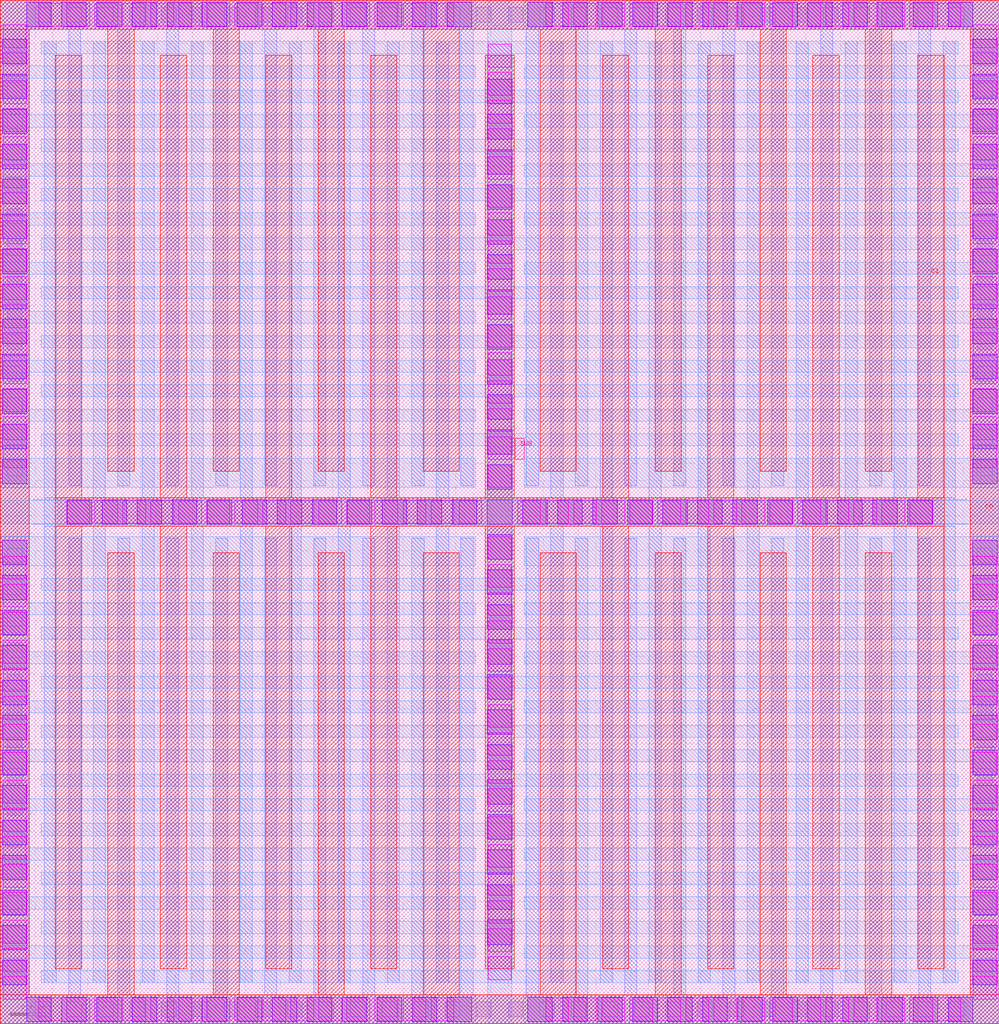
<source format=lef>
# Copyright 2020 The SkyWater PDK Authors
#
# Licensed under the Apache License, Version 2.0 (the "License");
# you may not use this file except in compliance with the License.
# You may obtain a copy of the License at
#
#     https://www.apache.org/licenses/LICENSE-2.0
#
# Unless required by applicable law or agreed to in writing, software
# distributed under the License is distributed on an "AS IS" BASIS,
# WITHOUT WARRANTIES OR CONDITIONS OF ANY KIND, either express or implied.
# See the License for the specific language governing permissions and
# limitations under the License.
#
# SPDX-License-Identifier: Apache-2.0

VERSION 5.7 ;
  NOWIREEXTENSIONATPIN ON ;
  DIVIDERCHAR "/" ;
  BUSBITCHARS "[]" ;
MACRO sky130_fd_pr__cap_vpp_11p5x11p7_m1m2m3_shieldl1
  CLASS BLOCK ;
  FOREIGN sky130_fd_pr__cap_vpp_11p5x11p7_m1m2m3_shieldl1 ;
  ORIGIN  0.000000  0.000000 ;
  SIZE  11.41000 BY  11.69000 ;
  PIN C0
    PORT
      LAYER met3 ;
        RECT  0.000000  0.000000 11.410000  0.330000 ;
        RECT  0.000000  0.330000  0.330000 11.360000 ;
        RECT  0.000000 11.360000 11.410000 11.690000 ;
        RECT  1.230000  0.330000  1.530000  5.380000 ;
        RECT  1.230000  6.310000  1.530000 11.360000 ;
        RECT  2.430000  0.330000  2.730000  5.380000 ;
        RECT  2.430000  6.310000  2.730000 11.360000 ;
        RECT  3.630000  0.330000  3.930000  5.380000 ;
        RECT  3.630000  6.310000  3.930000 11.360000 ;
        RECT  4.830000  0.330000  5.240000  5.380000 ;
        RECT  4.830000  6.310000  5.240000 11.360000 ;
        RECT  6.170000  0.330000  6.580000  5.380000 ;
        RECT  6.170000  6.310000  6.580000 11.360000 ;
        RECT  7.480000  0.330000  7.780000  5.380000 ;
        RECT  7.480000  6.310000  7.780000 11.360000 ;
        RECT  8.680000  0.330000  8.980000  5.380000 ;
        RECT  8.680000  6.310000  8.980000 11.360000 ;
        RECT  9.880000  0.330000 10.180000  5.380000 ;
        RECT  9.880000  6.310000 10.180000 11.360000 ;
        RECT 11.080000  0.330000 11.410000 11.360000 ;
    END
  END C0
  PIN C1
    PORT
      LAYER met3 ;
        RECT  0.630000 0.630000  0.930000  5.680000 ;
        RECT  0.630000 5.680000 10.780000  6.010000 ;
        RECT  0.630000 6.010000  0.930000 11.060000 ;
        RECT  1.830000 0.630000  2.130000  5.680000 ;
        RECT  1.830000 6.010000  2.130000 11.060000 ;
        RECT  3.030000 0.630000  3.330000  5.680000 ;
        RECT  3.030000 6.010000  3.330000 11.060000 ;
        RECT  4.230000 0.630000  4.530000  5.680000 ;
        RECT  4.230000 6.010000  4.530000 11.060000 ;
        RECT  5.540000 0.630000  5.870000  5.680000 ;
        RECT  5.540000 6.010000  5.870000 11.060000 ;
        RECT  6.880000 0.630000  7.180000  5.680000 ;
        RECT  6.880000 6.010000  7.180000 11.060000 ;
        RECT  8.080000 0.630000  8.380000  5.680000 ;
        RECT  8.080000 6.010000  8.380000 11.060000 ;
        RECT  9.280000 0.630000  9.580000  5.680000 ;
        RECT  9.280000 6.010000  9.580000 11.060000 ;
        RECT 10.480000 0.630000 10.780000  5.680000 ;
        RECT 10.480000 6.010000 10.780000 11.060000 ;
    END
  END C1
  PIN SUB
    PORT
      LAYER pwell ;
        RECT 5.880000 6.445000 5.985000 6.690000 ;
    END
  END SUB
  OBS
    LAYER li1 ;
      RECT 0.000000 0.000000 11.410000 11.690000 ;
    LAYER mcon ;
      RECT  0.080000  0.580000  0.250000  0.750000 ;
      RECT  0.080000  0.940000  0.250000  1.110000 ;
      RECT  0.080000  1.300000  0.250000  1.470000 ;
      RECT  0.080000  1.660000  0.250000  1.830000 ;
      RECT  0.080000  2.020000  0.250000  2.190000 ;
      RECT  0.080000  2.380000  0.250000  2.550000 ;
      RECT  0.080000  2.740000  0.250000  2.910000 ;
      RECT  0.080000  3.100000  0.250000  3.270000 ;
      RECT  0.080000  3.460000  0.250000  3.630000 ;
      RECT  0.080000  3.820000  0.250000  3.990000 ;
      RECT  0.080000  4.180000  0.250000  4.350000 ;
      RECT  0.080000  4.540000  0.250000  4.710000 ;
      RECT  0.080000  4.900000  0.250000  5.070000 ;
      RECT  0.080000  5.260000  0.250000  5.430000 ;
      RECT  0.080000  6.260000  0.250000  6.430000 ;
      RECT  0.080000  6.620000  0.250000  6.790000 ;
      RECT  0.080000  6.980000  0.250000  7.150000 ;
      RECT  0.080000  7.340000  0.250000  7.510000 ;
      RECT  0.080000  7.700000  0.250000  7.870000 ;
      RECT  0.080000  8.060000  0.250000  8.230000 ;
      RECT  0.080000  8.420000  0.250000  8.590000 ;
      RECT  0.080000  8.780000  0.250000  8.950000 ;
      RECT  0.080000  9.140000  0.250000  9.310000 ;
      RECT  0.080000  9.500000  0.250000  9.670000 ;
      RECT  0.080000  9.860000  0.250000 10.030000 ;
      RECT  0.080000 10.220000  0.250000 10.390000 ;
      RECT  0.080000 10.580000  0.250000 10.750000 ;
      RECT  0.080000 10.940000  0.250000 11.110000 ;
      RECT  0.400000  0.080000  0.570000  0.250000 ;
      RECT  0.400000 11.440000  0.570000 11.610000 ;
      RECT  0.760000  0.080000  0.930000  0.250000 ;
      RECT  0.760000 11.440000  0.930000 11.610000 ;
      RECT  1.120000  0.080000  1.290000  0.250000 ;
      RECT  1.120000 11.440000  1.290000 11.610000 ;
      RECT  1.480000  0.080000  1.650000  0.250000 ;
      RECT  1.480000 11.440000  1.650000 11.610000 ;
      RECT  1.840000  0.080000  2.010000  0.250000 ;
      RECT  1.840000 11.440000  2.010000 11.610000 ;
      RECT  2.200000  0.080000  2.370000  0.250000 ;
      RECT  2.200000 11.440000  2.370000 11.610000 ;
      RECT  2.560000  0.080000  2.730000  0.250000 ;
      RECT  2.560000 11.440000  2.730000 11.610000 ;
      RECT  2.920000  0.080000  3.090000  0.250000 ;
      RECT  2.920000 11.440000  3.090000 11.610000 ;
      RECT  3.280000  0.080000  3.450000  0.250000 ;
      RECT  3.280000 11.440000  3.450000 11.610000 ;
      RECT  3.640000  0.080000  3.810000  0.250000 ;
      RECT  3.640000 11.440000  3.810000 11.610000 ;
      RECT  4.000000  0.080000  4.170000  0.250000 ;
      RECT  4.000000 11.440000  4.170000 11.610000 ;
      RECT  4.360000  0.080000  4.530000  0.250000 ;
      RECT  4.360000 11.440000  4.530000 11.610000 ;
      RECT  4.720000  0.080000  4.890000  0.250000 ;
      RECT  4.720000 11.440000  4.890000 11.610000 ;
      RECT  5.080000  0.080000  5.250000  0.250000 ;
      RECT  5.080000 11.440000  5.250000 11.610000 ;
      RECT  5.440000  0.080000  5.610000  0.250000 ;
      RECT  5.440000 11.440000  5.610000 11.610000 ;
      RECT  5.800000  0.080000  5.970000  0.250000 ;
      RECT  5.800000 11.440000  5.970000 11.610000 ;
      RECT  6.160000  0.080000  6.330000  0.250000 ;
      RECT  6.160000 11.440000  6.330000 11.610000 ;
      RECT  6.520000  0.080000  6.690000  0.250000 ;
      RECT  6.520000 11.440000  6.690000 11.610000 ;
      RECT  6.880000  0.080000  7.050000  0.250000 ;
      RECT  6.880000 11.440000  7.050000 11.610000 ;
      RECT  7.240000  0.080000  7.410000  0.250000 ;
      RECT  7.240000 11.440000  7.410000 11.610000 ;
      RECT  7.600000  0.080000  7.770000  0.250000 ;
      RECT  7.600000 11.440000  7.770000 11.610000 ;
      RECT  7.960000  0.080000  8.130000  0.250000 ;
      RECT  7.960000 11.440000  8.130000 11.610000 ;
      RECT  8.320000  0.080000  8.490000  0.250000 ;
      RECT  8.320000 11.440000  8.490000 11.610000 ;
      RECT  8.680000  0.080000  8.850000  0.250000 ;
      RECT  8.680000 11.440000  8.850000 11.610000 ;
      RECT  9.040000  0.080000  9.210000  0.250000 ;
      RECT  9.040000 11.440000  9.210000 11.610000 ;
      RECT  9.400000  0.080000  9.570000  0.250000 ;
      RECT  9.400000 11.440000  9.570000 11.610000 ;
      RECT  9.760000  0.080000  9.930000  0.250000 ;
      RECT  9.760000 11.440000  9.930000 11.610000 ;
      RECT 10.120000  0.080000 10.290000  0.250000 ;
      RECT 10.120000 11.440000 10.290000 11.610000 ;
      RECT 10.480000  0.080000 10.650000  0.250000 ;
      RECT 10.480000 11.440000 10.650000 11.610000 ;
      RECT 10.840000  0.080000 11.010000  0.250000 ;
      RECT 10.840000 11.440000 11.010000 11.610000 ;
      RECT 11.160000  0.580000 11.330000  0.750000 ;
      RECT 11.160000  0.940000 11.330000  1.110000 ;
      RECT 11.160000  1.300000 11.330000  1.470000 ;
      RECT 11.160000  1.660000 11.330000  1.830000 ;
      RECT 11.160000  2.020000 11.330000  2.190000 ;
      RECT 11.160000  2.380000 11.330000  2.550000 ;
      RECT 11.160000  2.740000 11.330000  2.910000 ;
      RECT 11.160000  3.100000 11.330000  3.270000 ;
      RECT 11.160000  3.460000 11.330000  3.630000 ;
      RECT 11.160000  3.820000 11.330000  3.990000 ;
      RECT 11.160000  4.180000 11.330000  4.350000 ;
      RECT 11.160000  4.540000 11.330000  4.710000 ;
      RECT 11.160000  4.900000 11.330000  5.070000 ;
      RECT 11.160000  5.260000 11.330000  5.430000 ;
      RECT 11.160000  6.260000 11.330000  6.430000 ;
      RECT 11.160000  6.620000 11.330000  6.790000 ;
      RECT 11.160000  6.980000 11.330000  7.150000 ;
      RECT 11.160000  7.340000 11.330000  7.510000 ;
      RECT 11.160000  7.700000 11.330000  7.870000 ;
      RECT 11.160000  8.060000 11.330000  8.230000 ;
      RECT 11.160000  8.420000 11.330000  8.590000 ;
      RECT 11.160000  8.780000 11.330000  8.950000 ;
      RECT 11.160000  9.140000 11.330000  9.310000 ;
      RECT 11.160000  9.500000 11.330000  9.670000 ;
      RECT 11.160000  9.860000 11.330000 10.030000 ;
      RECT 11.160000 10.220000 11.330000 10.390000 ;
      RECT 11.160000 10.580000 11.330000 10.750000 ;
      RECT 11.160000 10.940000 11.330000 11.110000 ;
    LAYER met1 ;
      RECT  0.000000  0.000000 11.410000  0.330000 ;
      RECT  0.000000  0.330000  0.330000 11.360000 ;
      RECT  0.000000 11.360000 11.410000 11.690000 ;
      RECT  0.500000  0.470000  0.640000  5.685000 ;
      RECT  0.500000  5.685000 10.910000  6.005000 ;
      RECT  0.500000  6.005000  0.640000 11.220000 ;
      RECT  0.780000  0.330000  0.920000  5.545000 ;
      RECT  0.780000  6.145000  0.920000 11.360000 ;
      RECT  1.060000  0.470000  1.200000  5.685000 ;
      RECT  1.060000  6.005000  1.200000 11.220000 ;
      RECT  1.340000  0.330000  1.480000  5.545000 ;
      RECT  1.340000  6.145000  1.480000 11.360000 ;
      RECT  1.620000  0.470000  1.760000  5.685000 ;
      RECT  1.620000  6.005000  1.760000 11.220000 ;
      RECT  1.900000  0.330000  2.040000  5.545000 ;
      RECT  1.900000  6.145000  2.040000 11.360000 ;
      RECT  2.180000  0.470000  2.320000  5.685000 ;
      RECT  2.180000  6.005000  2.320000 11.220000 ;
      RECT  2.460000  0.330000  2.600000  5.545000 ;
      RECT  2.460000  6.145000  2.600000 11.360000 ;
      RECT  2.740000  0.470000  2.880000  5.685000 ;
      RECT  2.740000  6.005000  2.880000 11.220000 ;
      RECT  3.020000  0.330000  3.160000  5.545000 ;
      RECT  3.020000  6.145000  3.160000 11.360000 ;
      RECT  3.300000  0.470000  3.440000  5.685000 ;
      RECT  3.300000  6.005000  3.440000 11.220000 ;
      RECT  3.580000  0.330000  3.720000  5.545000 ;
      RECT  3.580000  6.145000  3.720000 11.360000 ;
      RECT  3.860000  0.470000  4.000000  5.685000 ;
      RECT  3.860000  6.005000  4.000000 11.220000 ;
      RECT  4.140000  0.330000  4.280000  5.545000 ;
      RECT  4.140000  6.145000  4.280000 11.360000 ;
      RECT  4.420000  0.470000  4.560000  5.685000 ;
      RECT  4.420000  6.005000  4.560000 11.220000 ;
      RECT  4.700000  0.330000  4.840000  5.545000 ;
      RECT  4.700000  6.145000  4.840000 11.360000 ;
      RECT  4.980000  0.470000  5.120000  5.685000 ;
      RECT  4.980000  6.005000  5.120000 11.220000 ;
      RECT  5.260000  0.330000  5.400000  5.545000 ;
      RECT  5.260000  6.145000  5.400000 11.360000 ;
      RECT  5.570000  0.470000  5.840000  5.685000 ;
      RECT  5.570000  6.005000  5.840000 11.220000 ;
      RECT  6.010000  0.330000  6.150000  5.545000 ;
      RECT  6.010000  6.145000  6.150000 11.360000 ;
      RECT  6.290000  0.470000  6.430000  5.685000 ;
      RECT  6.290000  6.005000  6.430000 11.220000 ;
      RECT  6.570000  0.330000  6.710000  5.545000 ;
      RECT  6.570000  6.145000  6.710000 11.360000 ;
      RECT  6.850000  0.470000  6.990000  5.685000 ;
      RECT  6.850000  6.005000  6.990000 11.220000 ;
      RECT  7.130000  0.330000  7.270000  5.545000 ;
      RECT  7.130000  6.145000  7.270000 11.360000 ;
      RECT  7.410000  0.470000  7.550000  5.685000 ;
      RECT  7.410000  6.005000  7.550000 11.220000 ;
      RECT  7.690000  0.330000  7.830000  5.545000 ;
      RECT  7.690000  6.145000  7.830000 11.360000 ;
      RECT  7.970000  0.470000  8.110000  5.685000 ;
      RECT  7.970000  6.005000  8.110000 11.220000 ;
      RECT  8.250000  0.330000  8.390000  5.545000 ;
      RECT  8.250000  6.145000  8.390000 11.360000 ;
      RECT  8.530000  0.470000  8.670000  5.685000 ;
      RECT  8.530000  6.005000  8.670000 11.220000 ;
      RECT  8.810000  0.330000  8.950000  5.545000 ;
      RECT  8.810000  6.145000  8.950000 11.360000 ;
      RECT  9.090000  0.470000  9.230000  5.685000 ;
      RECT  9.090000  6.005000  9.230000 11.220000 ;
      RECT  9.370000  0.330000  9.510000  5.545000 ;
      RECT  9.370000  6.145000  9.510000 11.360000 ;
      RECT  9.650000  0.470000  9.790000  5.685000 ;
      RECT  9.650000  6.005000  9.790000 11.220000 ;
      RECT  9.930000  0.330000 10.070000  5.545000 ;
      RECT  9.930000  6.145000 10.070000 11.360000 ;
      RECT 10.210000  0.470000 10.350000  5.685000 ;
      RECT 10.210000  6.005000 10.350000 11.220000 ;
      RECT 10.490000  0.330000 10.630000  5.545000 ;
      RECT 10.490000  6.145000 10.630000 11.360000 ;
      RECT 10.770000  0.470000 10.910000  5.685000 ;
      RECT 10.770000  6.005000 10.910000 11.220000 ;
      RECT 11.080000  0.330000 11.410000 11.360000 ;
    LAYER met2 ;
      RECT  0.000000  0.000000  5.430000  0.330000 ;
      RECT  0.000000  0.330000  0.330000  0.750000 ;
      RECT  0.000000  0.750000  5.425000  0.890000 ;
      RECT  0.000000  0.890000  0.330000  1.310000 ;
      RECT  0.000000  1.310000  5.425000  1.450000 ;
      RECT  0.000000  1.450000  0.330000  1.870000 ;
      RECT  0.000000  1.870000  5.425000  2.010000 ;
      RECT  0.000000  2.010000  0.330000  2.430000 ;
      RECT  0.000000  2.430000  5.425000  2.570000 ;
      RECT  0.000000  2.570000  0.330000  2.990000 ;
      RECT  0.000000  2.990000  5.425000  3.130000 ;
      RECT  0.000000  3.130000  0.330000  3.550000 ;
      RECT  0.000000  3.550000  5.425000  3.690000 ;
      RECT  0.000000  3.690000  0.330000  4.110000 ;
      RECT  0.000000  4.110000  5.425000  4.250000 ;
      RECT  0.000000  4.250000  0.330000  4.670000 ;
      RECT  0.000000  4.670000  5.425000  4.810000 ;
      RECT  0.000000  4.810000  0.330000  5.230000 ;
      RECT  0.000000  5.230000  5.425000  5.565000 ;
      RECT  0.000000  5.565000  0.330000  5.570000 ;
      RECT  0.000000  5.710000 11.410000  5.980000 ;
      RECT  0.000000  6.120000  0.330000  6.125000 ;
      RECT  0.000000  6.125000  5.425000  6.460000 ;
      RECT  0.000000  6.460000  0.330000  6.880000 ;
      RECT  0.000000  6.880000  5.425000  7.020000 ;
      RECT  0.000000  7.020000  0.330000  7.440000 ;
      RECT  0.000000  7.440000  5.425000  7.580000 ;
      RECT  0.000000  7.580000  0.330000  8.000000 ;
      RECT  0.000000  8.000000  5.425000  8.140000 ;
      RECT  0.000000  8.140000  0.330000  8.560000 ;
      RECT  0.000000  8.560000  5.425000  8.700000 ;
      RECT  0.000000  8.700000  0.330000  9.120000 ;
      RECT  0.000000  9.120000  5.425000  9.260000 ;
      RECT  0.000000  9.260000  0.330000  9.680000 ;
      RECT  0.000000  9.680000  5.425000  9.820000 ;
      RECT  0.000000  9.820000  0.330000 10.240000 ;
      RECT  0.000000 10.240000  5.425000 10.380000 ;
      RECT  0.000000 10.380000  0.330000 10.800000 ;
      RECT  0.000000 10.800000  5.425000 10.940000 ;
      RECT  0.000000 10.940000  0.330000 11.360000 ;
      RECT  0.000000 11.360000  5.430000 11.690000 ;
      RECT  0.370000  5.705000 11.040000  5.710000 ;
      RECT  0.370000  5.980000 11.040000  5.985000 ;
      RECT  0.470000  0.470000 10.940000  0.610000 ;
      RECT  0.470000  1.030000 10.940000  1.170000 ;
      RECT  0.470000  1.590000 10.940000  1.730000 ;
      RECT  0.470000  2.150000 10.940000  2.290000 ;
      RECT  0.470000  2.710000 10.940000  2.850000 ;
      RECT  0.470000  3.270000 10.940000  3.410000 ;
      RECT  0.470000  3.830000 10.940000  3.970000 ;
      RECT  0.470000  4.390000 10.940000  4.530000 ;
      RECT  0.470000  4.950000 10.940000  5.090000 ;
      RECT  0.470000  6.600000 10.940000  6.740000 ;
      RECT  0.470000  7.160000 10.940000  7.300000 ;
      RECT  0.470000  7.720000 10.940000  7.860000 ;
      RECT  0.470000  8.280000 10.940000  8.420000 ;
      RECT  0.470000  8.840000 10.940000  8.980000 ;
      RECT  0.470000  9.400000 10.940000  9.540000 ;
      RECT  0.470000  9.960000 10.940000 10.100000 ;
      RECT  0.470000 10.520000 10.940000 10.660000 ;
      RECT  0.470000 11.080000 10.940000 11.220000 ;
      RECT  5.565000  0.610000  5.845000  1.030000 ;
      RECT  5.565000  1.170000  5.845000  1.590000 ;
      RECT  5.565000  1.730000  5.845000  2.150000 ;
      RECT  5.565000  2.290000  5.845000  2.710000 ;
      RECT  5.565000  2.850000  5.845000  3.270000 ;
      RECT  5.565000  3.410000  5.845000  3.830000 ;
      RECT  5.565000  3.970000  5.845000  4.390000 ;
      RECT  5.565000  4.530000  5.845000  4.950000 ;
      RECT  5.565000  5.090000  5.845000  5.705000 ;
      RECT  5.565000  5.985000  5.845000  6.600000 ;
      RECT  5.565000  6.740000  5.845000  7.160000 ;
      RECT  5.565000  7.300000  5.845000  7.720000 ;
      RECT  5.565000  7.860000  5.845000  8.280000 ;
      RECT  5.565000  8.420000  5.845000  8.840000 ;
      RECT  5.565000  8.980000  5.845000  9.400000 ;
      RECT  5.565000  9.540000  5.845000  9.960000 ;
      RECT  5.565000 10.100000  5.845000 10.520000 ;
      RECT  5.565000 10.660000  5.845000 11.080000 ;
      RECT  5.570000  0.000000  5.840000  0.470000 ;
      RECT  5.570000 11.220000  5.840000 11.690000 ;
      RECT  5.980000  0.000000 11.410000  0.330000 ;
      RECT  5.980000 11.360000 11.410000 11.690000 ;
      RECT  5.985000  0.750000 11.410000  0.890000 ;
      RECT  5.985000  1.310000 11.410000  1.450000 ;
      RECT  5.985000  1.870000 11.410000  2.010000 ;
      RECT  5.985000  2.430000 11.410000  2.570000 ;
      RECT  5.985000  2.990000 11.410000  3.130000 ;
      RECT  5.985000  3.550000 11.410000  3.690000 ;
      RECT  5.985000  4.110000 11.410000  4.250000 ;
      RECT  5.985000  4.670000 11.410000  4.810000 ;
      RECT  5.985000  5.230000 11.410000  5.565000 ;
      RECT  5.985000  6.125000 11.410000  6.460000 ;
      RECT  5.985000  6.880000 11.410000  7.020000 ;
      RECT  5.985000  7.440000 11.410000  7.580000 ;
      RECT  5.985000  8.000000 11.410000  8.140000 ;
      RECT  5.985000  8.560000 11.410000  8.700000 ;
      RECT  5.985000  9.120000 11.410000  9.260000 ;
      RECT  5.985000  9.680000 11.410000  9.820000 ;
      RECT  5.985000 10.240000 11.410000 10.380000 ;
      RECT  5.985000 10.800000 11.410000 10.940000 ;
      RECT 11.080000  0.330000 11.410000  0.750000 ;
      RECT 11.080000  0.890000 11.410000  1.310000 ;
      RECT 11.080000  1.450000 11.410000  1.870000 ;
      RECT 11.080000  2.010000 11.410000  2.430000 ;
      RECT 11.080000  2.570000 11.410000  2.990000 ;
      RECT 11.080000  3.130000 11.410000  3.550000 ;
      RECT 11.080000  3.690000 11.410000  4.110000 ;
      RECT 11.080000  4.250000 11.410000  4.670000 ;
      RECT 11.080000  4.810000 11.410000  5.230000 ;
      RECT 11.080000  5.565000 11.410000  5.570000 ;
      RECT 11.080000  6.120000 11.410000  6.125000 ;
      RECT 11.080000  6.460000 11.410000  6.880000 ;
      RECT 11.080000  7.020000 11.410000  7.440000 ;
      RECT 11.080000  7.580000 11.410000  8.000000 ;
      RECT 11.080000  8.140000 11.410000  8.560000 ;
      RECT 11.080000  8.700000 11.410000  9.120000 ;
      RECT 11.080000  9.260000 11.410000  9.680000 ;
      RECT 11.080000  9.820000 11.410000 10.240000 ;
      RECT 11.080000 10.380000 11.410000 10.800000 ;
      RECT 11.080000 10.940000 11.410000 11.360000 ;
    LAYER via ;
      RECT  0.035000  0.280000  0.295000  0.540000 ;
      RECT  0.035000  0.600000  0.295000  0.860000 ;
      RECT  0.035000  0.920000  0.295000  1.180000 ;
      RECT  0.035000  1.240000  0.295000  1.500000 ;
      RECT  0.035000  1.560000  0.295000  1.820000 ;
      RECT  0.035000  1.880000  0.295000  2.140000 ;
      RECT  0.035000  2.200000  0.295000  2.460000 ;
      RECT  0.035000  2.520000  0.295000  2.780000 ;
      RECT  0.035000  2.840000  0.295000  3.100000 ;
      RECT  0.035000  3.160000  0.295000  3.420000 ;
      RECT  0.035000  3.480000  0.295000  3.740000 ;
      RECT  0.035000  3.800000  0.295000  4.060000 ;
      RECT  0.035000  4.120000  0.295000  4.380000 ;
      RECT  0.035000  4.440000  0.295000  4.700000 ;
      RECT  0.035000  4.760000  0.295000  5.020000 ;
      RECT  0.035000  5.080000  0.295000  5.340000 ;
      RECT  0.035000  6.350000  0.295000  6.610000 ;
      RECT  0.035000  6.670000  0.295000  6.930000 ;
      RECT  0.035000  6.990000  0.295000  7.250000 ;
      RECT  0.035000  7.310000  0.295000  7.570000 ;
      RECT  0.035000  7.630000  0.295000  7.890000 ;
      RECT  0.035000  7.950000  0.295000  8.210000 ;
      RECT  0.035000  8.270000  0.295000  8.530000 ;
      RECT  0.035000  8.590000  0.295000  8.850000 ;
      RECT  0.035000  8.910000  0.295000  9.170000 ;
      RECT  0.035000  9.230000  0.295000  9.490000 ;
      RECT  0.035000  9.550000  0.295000  9.810000 ;
      RECT  0.035000  9.870000  0.295000 10.130000 ;
      RECT  0.035000 10.190000  0.295000 10.450000 ;
      RECT  0.035000 10.510000  0.295000 10.770000 ;
      RECT  0.035000 10.830000  0.295000 11.090000 ;
      RECT  0.035000 11.150000  0.295000 11.410000 ;
      RECT  0.440000  0.035000  0.700000  0.295000 ;
      RECT  0.440000 11.395000  0.700000 11.655000 ;
      RECT  0.760000  0.035000  1.020000  0.295000 ;
      RECT  0.760000  5.715000  1.020000  5.975000 ;
      RECT  0.760000 11.395000  1.020000 11.655000 ;
      RECT  1.080000  0.035000  1.340000  0.295000 ;
      RECT  1.080000  5.715000  1.340000  5.975000 ;
      RECT  1.080000 11.395000  1.340000 11.655000 ;
      RECT  1.400000  0.035000  1.660000  0.295000 ;
      RECT  1.400000  5.715000  1.660000  5.975000 ;
      RECT  1.400000 11.395000  1.660000 11.655000 ;
      RECT  1.720000  0.035000  1.980000  0.295000 ;
      RECT  1.720000  5.715000  1.980000  5.975000 ;
      RECT  1.720000 11.395000  1.980000 11.655000 ;
      RECT  2.040000  0.035000  2.300000  0.295000 ;
      RECT  2.040000  5.715000  2.300000  5.975000 ;
      RECT  2.040000 11.395000  2.300000 11.655000 ;
      RECT  2.360000  0.035000  2.620000  0.295000 ;
      RECT  2.360000  5.715000  2.620000  5.975000 ;
      RECT  2.360000 11.395000  2.620000 11.655000 ;
      RECT  2.680000  0.035000  2.940000  0.295000 ;
      RECT  2.680000  5.715000  2.940000  5.975000 ;
      RECT  2.680000 11.395000  2.940000 11.655000 ;
      RECT  3.000000  0.035000  3.260000  0.295000 ;
      RECT  3.000000  5.715000  3.260000  5.975000 ;
      RECT  3.000000 11.395000  3.260000 11.655000 ;
      RECT  3.320000  0.035000  3.580000  0.295000 ;
      RECT  3.320000  5.715000  3.580000  5.975000 ;
      RECT  3.320000 11.395000  3.580000 11.655000 ;
      RECT  3.640000  0.035000  3.900000  0.295000 ;
      RECT  3.640000  5.715000  3.900000  5.975000 ;
      RECT  3.640000 11.395000  3.900000 11.655000 ;
      RECT  3.960000  0.035000  4.220000  0.295000 ;
      RECT  3.960000  5.715000  4.220000  5.975000 ;
      RECT  3.960000 11.395000  4.220000 11.655000 ;
      RECT  4.280000  0.035000  4.540000  0.295000 ;
      RECT  4.280000  5.715000  4.540000  5.975000 ;
      RECT  4.280000 11.395000  4.540000 11.655000 ;
      RECT  4.600000  0.035000  4.860000  0.295000 ;
      RECT  4.600000  5.715000  4.860000  5.975000 ;
      RECT  4.600000 11.395000  4.860000 11.655000 ;
      RECT  4.920000  0.035000  5.180000  0.295000 ;
      RECT  4.920000  5.715000  5.180000  5.975000 ;
      RECT  4.920000 11.395000  5.180000 11.655000 ;
      RECT  5.240000  5.715000  5.500000  5.975000 ;
      RECT  5.575000  0.505000  5.835000  0.765000 ;
      RECT  5.575000  0.825000  5.835000  1.085000 ;
      RECT  5.575000  1.145000  5.835000  1.405000 ;
      RECT  5.575000  1.465000  5.835000  1.725000 ;
      RECT  5.575000  1.785000  5.835000  2.045000 ;
      RECT  5.575000  2.105000  5.835000  2.365000 ;
      RECT  5.575000  2.425000  5.835000  2.685000 ;
      RECT  5.575000  2.745000  5.835000  3.005000 ;
      RECT  5.575000  3.065000  5.835000  3.325000 ;
      RECT  5.575000  3.385000  5.835000  3.645000 ;
      RECT  5.575000  3.705000  5.835000  3.965000 ;
      RECT  5.575000  4.025000  5.835000  4.285000 ;
      RECT  5.575000  4.345000  5.835000  4.605000 ;
      RECT  5.575000  4.665000  5.835000  4.925000 ;
      RECT  5.575000  4.985000  5.835000  5.245000 ;
      RECT  5.575000  5.305000  5.835000  5.565000 ;
      RECT  5.575000  6.125000  5.835000  6.385000 ;
      RECT  5.575000  6.445000  5.835000  6.705000 ;
      RECT  5.575000  6.765000  5.835000  7.025000 ;
      RECT  5.575000  7.085000  5.835000  7.345000 ;
      RECT  5.575000  7.405000  5.835000  7.665000 ;
      RECT  5.575000  7.725000  5.835000  7.985000 ;
      RECT  5.575000  8.045000  5.835000  8.305000 ;
      RECT  5.575000  8.365000  5.835000  8.625000 ;
      RECT  5.575000  8.685000  5.835000  8.945000 ;
      RECT  5.575000  9.005000  5.835000  9.265000 ;
      RECT  5.575000  9.325000  5.835000  9.585000 ;
      RECT  5.575000  9.645000  5.835000  9.905000 ;
      RECT  5.575000  9.965000  5.835000 10.225000 ;
      RECT  5.575000 10.285000  5.835000 10.545000 ;
      RECT  5.575000 10.605000  5.835000 10.865000 ;
      RECT  5.575000 10.925000  5.835000 11.185000 ;
      RECT  5.910000  5.715000  6.170000  5.975000 ;
      RECT  6.230000  0.035000  6.490000  0.295000 ;
      RECT  6.230000  5.715000  6.490000  5.975000 ;
      RECT  6.230000 11.395000  6.490000 11.655000 ;
      RECT  6.550000  0.035000  6.810000  0.295000 ;
      RECT  6.550000  5.715000  6.810000  5.975000 ;
      RECT  6.550000 11.395000  6.810000 11.655000 ;
      RECT  6.870000  0.035000  7.130000  0.295000 ;
      RECT  6.870000  5.715000  7.130000  5.975000 ;
      RECT  6.870000 11.395000  7.130000 11.655000 ;
      RECT  7.190000  0.035000  7.450000  0.295000 ;
      RECT  7.190000  5.715000  7.450000  5.975000 ;
      RECT  7.190000 11.395000  7.450000 11.655000 ;
      RECT  7.510000  0.035000  7.770000  0.295000 ;
      RECT  7.510000  5.715000  7.770000  5.975000 ;
      RECT  7.510000 11.395000  7.770000 11.655000 ;
      RECT  7.830000  0.035000  8.090000  0.295000 ;
      RECT  7.830000  5.715000  8.090000  5.975000 ;
      RECT  7.830000 11.395000  8.090000 11.655000 ;
      RECT  8.150000  0.035000  8.410000  0.295000 ;
      RECT  8.150000  5.715000  8.410000  5.975000 ;
      RECT  8.150000 11.395000  8.410000 11.655000 ;
      RECT  8.470000  0.035000  8.730000  0.295000 ;
      RECT  8.470000  5.715000  8.730000  5.975000 ;
      RECT  8.470000 11.395000  8.730000 11.655000 ;
      RECT  8.790000  0.035000  9.050000  0.295000 ;
      RECT  8.790000  5.715000  9.050000  5.975000 ;
      RECT  8.790000 11.395000  9.050000 11.655000 ;
      RECT  9.110000  0.035000  9.370000  0.295000 ;
      RECT  9.110000  5.715000  9.370000  5.975000 ;
      RECT  9.110000 11.395000  9.370000 11.655000 ;
      RECT  9.430000  0.035000  9.690000  0.295000 ;
      RECT  9.430000  5.715000  9.690000  5.975000 ;
      RECT  9.430000 11.395000  9.690000 11.655000 ;
      RECT  9.750000  0.035000 10.010000  0.295000 ;
      RECT  9.750000  5.715000 10.010000  5.975000 ;
      RECT  9.750000 11.395000 10.010000 11.655000 ;
      RECT 10.070000  0.035000 10.330000  0.295000 ;
      RECT 10.070000  5.715000 10.330000  5.975000 ;
      RECT 10.070000 11.395000 10.330000 11.655000 ;
      RECT 10.390000  0.035000 10.650000  0.295000 ;
      RECT 10.390000  5.715000 10.650000  5.975000 ;
      RECT 10.390000 11.395000 10.650000 11.655000 ;
      RECT 10.710000  0.035000 10.970000  0.295000 ;
      RECT 10.710000 11.395000 10.970000 11.655000 ;
      RECT 11.115000  0.280000 11.375000  0.540000 ;
      RECT 11.115000  0.600000 11.375000  0.860000 ;
      RECT 11.115000  0.920000 11.375000  1.180000 ;
      RECT 11.115000  1.240000 11.375000  1.500000 ;
      RECT 11.115000  1.560000 11.375000  1.820000 ;
      RECT 11.115000  1.880000 11.375000  2.140000 ;
      RECT 11.115000  2.200000 11.375000  2.460000 ;
      RECT 11.115000  2.520000 11.375000  2.780000 ;
      RECT 11.115000  2.840000 11.375000  3.100000 ;
      RECT 11.115000  3.160000 11.375000  3.420000 ;
      RECT 11.115000  3.480000 11.375000  3.740000 ;
      RECT 11.115000  3.800000 11.375000  4.060000 ;
      RECT 11.115000  4.120000 11.375000  4.380000 ;
      RECT 11.115000  4.440000 11.375000  4.700000 ;
      RECT 11.115000  4.760000 11.375000  5.020000 ;
      RECT 11.115000  5.080000 11.375000  5.340000 ;
      RECT 11.115000  6.350000 11.375000  6.610000 ;
      RECT 11.115000  6.670000 11.375000  6.930000 ;
      RECT 11.115000  6.990000 11.375000  7.250000 ;
      RECT 11.115000  7.310000 11.375000  7.570000 ;
      RECT 11.115000  7.630000 11.375000  7.890000 ;
      RECT 11.115000  7.950000 11.375000  8.210000 ;
      RECT 11.115000  8.270000 11.375000  8.530000 ;
      RECT 11.115000  8.590000 11.375000  8.850000 ;
      RECT 11.115000  8.910000 11.375000  9.170000 ;
      RECT 11.115000  9.230000 11.375000  9.490000 ;
      RECT 11.115000  9.550000 11.375000  9.810000 ;
      RECT 11.115000  9.870000 11.375000 10.130000 ;
      RECT 11.115000 10.190000 11.375000 10.450000 ;
      RECT 11.115000 10.510000 11.375000 10.770000 ;
      RECT 11.115000 10.830000 11.375000 11.090000 ;
      RECT 11.115000 11.150000 11.375000 11.410000 ;
    LAYER via2 ;
      RECT  0.025000  0.445000  0.305000  0.725000 ;
      RECT  0.025000  0.845000  0.305000  1.125000 ;
      RECT  0.025000  1.245000  0.305000  1.525000 ;
      RECT  0.025000  1.645000  0.305000  1.925000 ;
      RECT  0.025000  2.045000  0.305000  2.325000 ;
      RECT  0.025000  2.445000  0.305000  2.725000 ;
      RECT  0.025000  2.845000  0.305000  3.125000 ;
      RECT  0.025000  3.245000  0.305000  3.525000 ;
      RECT  0.025000  3.645000  0.305000  3.925000 ;
      RECT  0.025000  4.045000  0.305000  4.325000 ;
      RECT  0.025000  4.445000  0.305000  4.725000 ;
      RECT  0.025000  4.845000  0.305000  5.125000 ;
      RECT  0.025000  5.245000  0.305000  5.525000 ;
      RECT  0.025000  6.165000  0.305000  6.445000 ;
      RECT  0.025000  6.565000  0.305000  6.845000 ;
      RECT  0.025000  6.965000  0.305000  7.245000 ;
      RECT  0.025000  7.365000  0.305000  7.645000 ;
      RECT  0.025000  7.765000  0.305000  8.045000 ;
      RECT  0.025000  8.165000  0.305000  8.445000 ;
      RECT  0.025000  8.565000  0.305000  8.845000 ;
      RECT  0.025000  8.965000  0.305000  9.245000 ;
      RECT  0.025000  9.365000  0.305000  9.645000 ;
      RECT  0.025000  9.765000  0.305000 10.045000 ;
      RECT  0.025000 10.165000  0.305000 10.445000 ;
      RECT  0.025000 10.565000  0.305000 10.845000 ;
      RECT  0.025000 10.965000  0.305000 11.245000 ;
      RECT  0.305000  0.025000  0.585000  0.305000 ;
      RECT  0.305000 11.385000  0.585000 11.665000 ;
      RECT  0.705000  0.025000  0.985000  0.305000 ;
      RECT  0.705000 11.385000  0.985000 11.665000 ;
      RECT  0.765000  5.705000  1.045000  5.985000 ;
      RECT  1.105000  0.025000  1.385000  0.305000 ;
      RECT  1.105000 11.385000  1.385000 11.665000 ;
      RECT  1.165000  5.705000  1.445000  5.985000 ;
      RECT  1.505000  0.025000  1.785000  0.305000 ;
      RECT  1.505000 11.385000  1.785000 11.665000 ;
      RECT  1.565000  5.705000  1.845000  5.985000 ;
      RECT  1.905000  0.025000  2.185000  0.305000 ;
      RECT  1.905000 11.385000  2.185000 11.665000 ;
      RECT  1.965000  5.705000  2.245000  5.985000 ;
      RECT  2.305000  0.025000  2.585000  0.305000 ;
      RECT  2.305000 11.385000  2.585000 11.665000 ;
      RECT  2.365000  5.705000  2.645000  5.985000 ;
      RECT  2.705000  0.025000  2.985000  0.305000 ;
      RECT  2.705000 11.385000  2.985000 11.665000 ;
      RECT  2.765000  5.705000  3.045000  5.985000 ;
      RECT  3.105000  0.025000  3.385000  0.305000 ;
      RECT  3.105000 11.385000  3.385000 11.665000 ;
      RECT  3.165000  5.705000  3.445000  5.985000 ;
      RECT  3.505000  0.025000  3.785000  0.305000 ;
      RECT  3.505000 11.385000  3.785000 11.665000 ;
      RECT  3.565000  5.705000  3.845000  5.985000 ;
      RECT  3.905000  0.025000  4.185000  0.305000 ;
      RECT  3.905000 11.385000  4.185000 11.665000 ;
      RECT  3.965000  5.705000  4.245000  5.985000 ;
      RECT  4.305000  0.025000  4.585000  0.305000 ;
      RECT  4.305000 11.385000  4.585000 11.665000 ;
      RECT  4.365000  5.705000  4.645000  5.985000 ;
      RECT  4.705000  0.025000  4.985000  0.305000 ;
      RECT  4.705000 11.385000  4.985000 11.665000 ;
      RECT  4.765000  5.705000  5.045000  5.985000 ;
      RECT  5.105000  0.025000  5.385000  0.305000 ;
      RECT  5.105000 11.385000  5.385000 11.665000 ;
      RECT  5.165000  5.705000  5.445000  5.985000 ;
      RECT  5.565000  0.905000  5.845000  1.185000 ;
      RECT  5.565000  1.305000  5.845000  1.585000 ;
      RECT  5.565000  1.705000  5.845000  1.985000 ;
      RECT  5.565000  2.105000  5.845000  2.385000 ;
      RECT  5.565000  2.505000  5.845000  2.785000 ;
      RECT  5.565000  2.905000  5.845000  3.185000 ;
      RECT  5.565000  3.305000  5.845000  3.585000 ;
      RECT  5.565000  3.705000  5.845000  3.985000 ;
      RECT  5.565000  4.105000  5.845000  4.385000 ;
      RECT  5.565000  4.505000  5.845000  4.785000 ;
      RECT  5.565000  4.905000  5.845000  5.185000 ;
      RECT  5.565000  5.305000  5.845000  5.585000 ;
      RECT  5.565000  5.705000  5.845000  5.985000 ;
      RECT  5.565000  6.105000  5.845000  6.385000 ;
      RECT  5.565000  6.505000  5.845000  6.785000 ;
      RECT  5.565000  6.905000  5.845000  7.185000 ;
      RECT  5.565000  7.305000  5.845000  7.585000 ;
      RECT  5.565000  7.705000  5.845000  7.985000 ;
      RECT  5.565000  8.105000  5.845000  8.385000 ;
      RECT  5.565000  8.505000  5.845000  8.785000 ;
      RECT  5.565000  8.905000  5.845000  9.185000 ;
      RECT  5.565000  9.305000  5.845000  9.585000 ;
      RECT  5.565000  9.705000  5.845000  9.985000 ;
      RECT  5.565000 10.105000  5.845000 10.385000 ;
      RECT  5.565000 10.505000  5.845000 10.785000 ;
      RECT  5.965000  5.705000  6.245000  5.985000 ;
      RECT  6.025000  0.025000  6.305000  0.305000 ;
      RECT  6.025000 11.385000  6.305000 11.665000 ;
      RECT  6.365000  5.705000  6.645000  5.985000 ;
      RECT  6.425000  0.025000  6.705000  0.305000 ;
      RECT  6.425000 11.385000  6.705000 11.665000 ;
      RECT  6.765000  5.705000  7.045000  5.985000 ;
      RECT  6.825000  0.025000  7.105000  0.305000 ;
      RECT  6.825000 11.385000  7.105000 11.665000 ;
      RECT  7.165000  5.705000  7.445000  5.985000 ;
      RECT  7.225000  0.025000  7.505000  0.305000 ;
      RECT  7.225000 11.385000  7.505000 11.665000 ;
      RECT  7.565000  5.705000  7.845000  5.985000 ;
      RECT  7.625000  0.025000  7.905000  0.305000 ;
      RECT  7.625000 11.385000  7.905000 11.665000 ;
      RECT  7.965000  5.705000  8.245000  5.985000 ;
      RECT  8.025000  0.025000  8.305000  0.305000 ;
      RECT  8.025000 11.385000  8.305000 11.665000 ;
      RECT  8.365000  5.705000  8.645000  5.985000 ;
      RECT  8.425000  0.025000  8.705000  0.305000 ;
      RECT  8.425000 11.385000  8.705000 11.665000 ;
      RECT  8.765000  5.705000  9.045000  5.985000 ;
      RECT  8.825000  0.025000  9.105000  0.305000 ;
      RECT  8.825000 11.385000  9.105000 11.665000 ;
      RECT  9.165000  5.705000  9.445000  5.985000 ;
      RECT  9.225000  0.025000  9.505000  0.305000 ;
      RECT  9.225000 11.385000  9.505000 11.665000 ;
      RECT  9.565000  5.705000  9.845000  5.985000 ;
      RECT  9.625000  0.025000  9.905000  0.305000 ;
      RECT  9.625000 11.385000  9.905000 11.665000 ;
      RECT  9.965000  5.705000 10.245000  5.985000 ;
      RECT 10.025000  0.025000 10.305000  0.305000 ;
      RECT 10.025000 11.385000 10.305000 11.665000 ;
      RECT 10.365000  5.705000 10.645000  5.985000 ;
      RECT 10.425000  0.025000 10.705000  0.305000 ;
      RECT 10.425000 11.385000 10.705000 11.665000 ;
      RECT 10.825000  0.025000 11.105000  0.305000 ;
      RECT 10.825000 11.385000 11.105000 11.665000 ;
      RECT 11.105000  0.445000 11.385000  0.725000 ;
      RECT 11.105000  0.845000 11.385000  1.125000 ;
      RECT 11.105000  1.245000 11.385000  1.525000 ;
      RECT 11.105000  1.645000 11.385000  1.925000 ;
      RECT 11.105000  2.045000 11.385000  2.325000 ;
      RECT 11.105000  2.445000 11.385000  2.725000 ;
      RECT 11.105000  2.845000 11.385000  3.125000 ;
      RECT 11.105000  3.245000 11.385000  3.525000 ;
      RECT 11.105000  3.645000 11.385000  3.925000 ;
      RECT 11.105000  4.045000 11.385000  4.325000 ;
      RECT 11.105000  4.445000 11.385000  4.725000 ;
      RECT 11.105000  4.845000 11.385000  5.125000 ;
      RECT 11.105000  5.245000 11.385000  5.525000 ;
      RECT 11.105000  6.165000 11.385000  6.445000 ;
      RECT 11.105000  6.565000 11.385000  6.845000 ;
      RECT 11.105000  6.965000 11.385000  7.245000 ;
      RECT 11.105000  7.365000 11.385000  7.645000 ;
      RECT 11.105000  7.765000 11.385000  8.045000 ;
      RECT 11.105000  8.165000 11.385000  8.445000 ;
      RECT 11.105000  8.565000 11.385000  8.845000 ;
      RECT 11.105000  8.965000 11.385000  9.245000 ;
      RECT 11.105000  9.365000 11.385000  9.645000 ;
      RECT 11.105000  9.765000 11.385000 10.045000 ;
      RECT 11.105000 10.165000 11.385000 10.445000 ;
      RECT 11.105000 10.565000 11.385000 10.845000 ;
      RECT 11.105000 10.965000 11.385000 11.245000 ;
  END
END sky130_fd_pr__cap_vpp_11p5x11p7_m1m2m3_shieldl1
END LIBRARY

</source>
